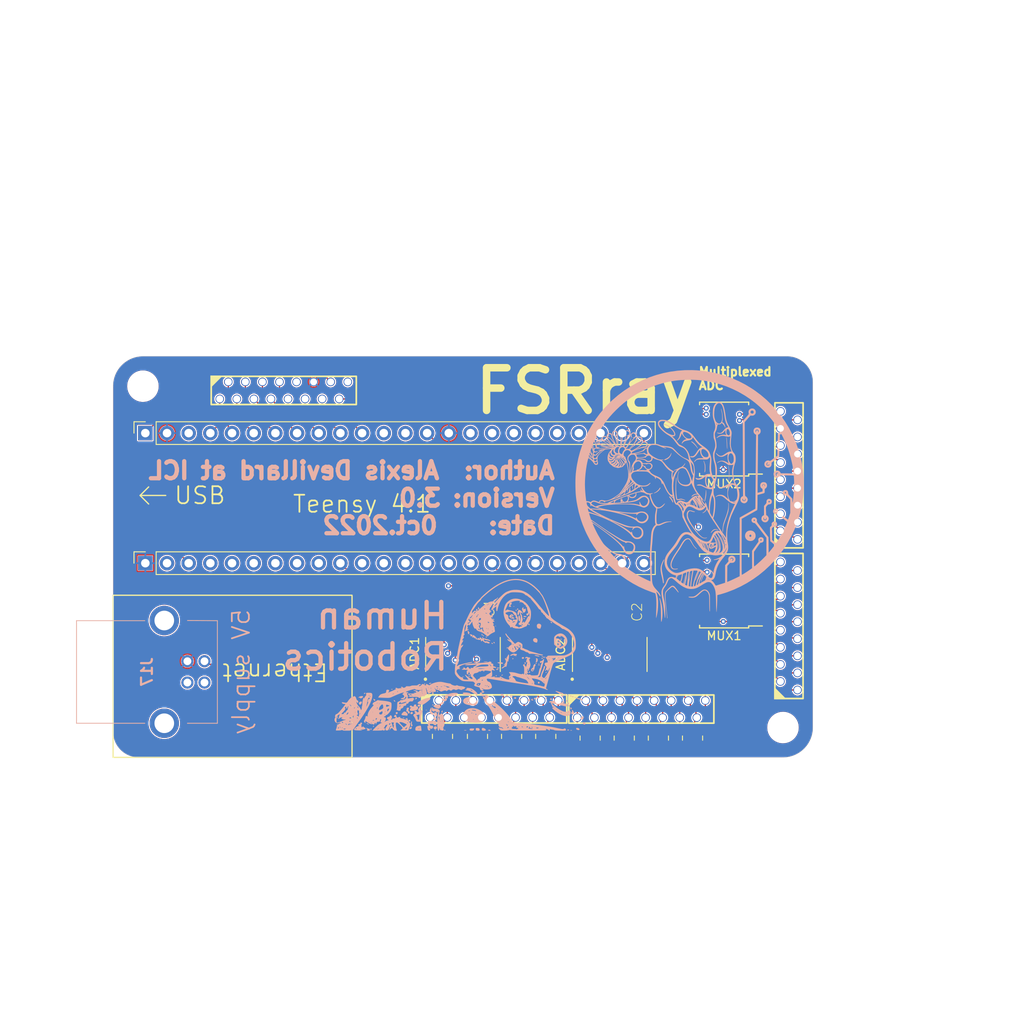
<source format=kicad_pcb>
(kicad_pcb (version 20221018) (generator pcbnew)
  (layers (0 "F.Cu" signal "Front") (1 "In1.Cu" signal) (2 "In2.Cu" signal) (31 "B.Cu" signal "Back") (34 "B.Paste" user) (35 "F.Paste" user) (36 "B.SilkS" user "B.Silkscreen") (37 "F.SilkS" user "F.Silkscreen") (38 "B.Mask" user) (39 "F.Mask" user) (44 "Edge.Cuts" user))
  (net 0 "")
  (net 1 "/EOC1")
  (net 2 "/MISO")
  (net 3 "/MOSI")
  (net 4 "/SCLK")
  (net 5 "/CS1")
  (net 6 "+5V")
  (net 7 "GND")
  (net 8 "Net-(ADC1-REF)")
  (net 9 "Net-(ADC1-~{CNVST{slash}AIN15})")
  (net 10 "Net-(ADC1-AIN14)")
  (net 11 "Net-(ADC1-AIN13)")
  (net 12 "Net-(ADC1-AIN12)")
  (net 13 "Net-(ADC1-AIN11)")
  (net 14 "Net-(ADC1-AIN10)")
  (net 15 "Net-(ADC1-AIN9)")
  (net 16 "Net-(ADC1-AIN8)")
  (net 17 "Net-(ADC1-AIN7)")
  (net 18 "Net-(ADC1-AIN6)")
  (net 19 "Net-(ADC1-AIN5)")
  (net 20 "Net-(ADC1-AIN4)")
  (net 21 "Net-(ADC1-AIN3)")
  (net 22 "Net-(ADC1-AIN2)")
  (net 23 "Net-(ADC1-AIN1)")
  (net 24 "Net-(ADC1-AIN0)")
  (net 25 "/EOC2")
  (net 26 "/CS2")
  (net 27 "Net-(ADC2-REF)")
  (net 28 "Net-(ADC2-~{CNVST{slash}AIN15})")
  (net 29 "Net-(ADC2-AIN14)")
  (net 30 "Net-(ADC2-AIN13)")
  (net 31 "Net-(ADC2-AIN12)")
  (net 32 "Net-(ADC2-AIN11)")
  (net 33 "Net-(ADC2-AIN10)")
  (net 34 "Net-(ADC2-AIN9)")
  (net 35 "Net-(ADC2-AIN8)")
  (net 36 "Net-(ADC2-AIN7)")
  (net 37 "Net-(ADC2-AIN6)")
  (net 38 "Net-(ADC2-AIN5)")
  (net 39 "Net-(ADC2-AIN4)")
  (net 40 "Net-(ADC2-AIN3)")
  (net 41 "Net-(ADC2-AIN2)")
  (net 42 "Net-(ADC2-AIN1)")
  (net 43 "Net-(ADC2-AIN0)")
  (net 44 "Net-(J1-Pin_8)")
  (net 45 "Net-(J1-Pin_7)")
  (net 46 "Net-(J1-Pin_6)")
  (net 47 "Net-(J1-Pin_5)")
  (net 48 "Net-(J1-Pin_4)")
  (net 49 "Net-(J1-Pin_3)")
  (net 50 "Net-(J1-Pin_2)")
  (net 51 "Net-(J1-Pin_1)")
  (net 52 "Net-(J2-Pin_8)")
  (net 53 "Net-(J2-Pin_7)")
  (net 54 "Net-(J2-Pin_6)")
  (net 55 "Net-(J2-Pin_5)")
  (net 56 "Net-(J2-Pin_4)")
  (net 57 "Net-(J2-Pin_3)")
  (net 58 "Net-(J2-Pin_2)")
  (net 59 "Net-(J2-Pin_1)")
  (net 60 "/EN2")
  (net 61 "/EN1")
  (net 62 "/S3")
  (net 63 "/S2")
  (net 64 "/S1")
  (net 65 "/S0")
  (net 66 "/CSA1")
  (net 67 "/CSA2")
  (net 68 "/CSA3")
  (net 69 "/CSA4")
  (net 78 "/MISO1")
  (net 79 "+3.3V")
  (net 80 "/MOSI1")
  (net 81 "Net-(J1-Pin_9)")
  (net 82 "Net-(J1-Pin_10)")
  (net 83 "Net-(J1-Pin_11)")
  (net 84 "Net-(J1-Pin_12)")
  (net 85 "Net-(J1-Pin_13)")
  (net 86 "Net-(J1-Pin_14)")
  (net 87 "Net-(J1-Pin_15)")
  (net 88 "Net-(J1-Pin_16)")
  (net 89 "Net-(J2-Pin_9)")
  (net 90 "Net-(J2-Pin_10)")
  (net 91 "Net-(J2-Pin_11)")
  (net 92 "Net-(J2-Pin_12)")
  (net 93 "Net-(J2-Pin_13)")
  (net 94 "Net-(J2-Pin_14)")
  (net 95 "Net-(J2-Pin_15)")
  (net 96 "Net-(J2-Pin_16)")
  (net 100 "/CSA5")
  (net 101 "/CSA6")
  (net 102 "/CSA7")
  (net 103 "/CSA8")
  (net 104 "/SCLK1")
  (footprint "Resistor_SMD:R_Array_Convex_4x0402" (layer "F.Cu") (at 184.9 120.737653 90)
    (fp_text reference "RN5" hide)
    (fp_text value "R_Pack04" hide)
  )
  (footprint "MountingHole:MountingHole_3.2mm_M3" (layer "F.Cu") (at 207.5 119.5)
    (fp_text reference "H5" hide)
    (fp_text value "MountingHole" hide)
  )
  (footprint "00_custom-footprints:fcp_vertical_ULP94V0" (layer "F.Cu") (at 208.2 107.600001 90)
    (fp_text reference "J2" hide)
    (fp_text value "measuring_input4" hide)
  )
  (footprint "Package_SO:SSOP-24_5.3x8.2mm_P0.65mm" (layer "F.Cu") (at 200.6 85.700001 180)
    (fp_text reference "MUX2")
    (fp_text value "CD74HC4067SM" hide)
  )
  (footprint "00_custom-footprints:fcp_vertical_ULP94V0" (layer "F.Cu") (at 190.9 117.337653)
    (fp_text reference "J3" hide)
    (fp_text value "measuring_input4" hide)
  )
  (footprint "Package_SO:SSOP-24_5.3x8.2mm_P0.65mm" (layer "F.Cu") (at 200.6 103.500002 180)
    (fp_text reference "MUX1")
    (fp_text value "CD74HC4067SM" hide)
  )
  (footprint "00_Custom:MAX11632EEGT" (layer "F.Cu") (at 187.2 110.937653 90)
    (fp_text reference "ADC2")
    (fp_text value "MAX11632EEGT" hide)
  )
  (footprint "Resistor_SMD:R_Array_Convex_4x0402" (layer "F.Cu") (at 188.9 120.737653 90)
    (fp_text reference "RN6" hide)
    (fp_text value "R_Pack04" hide)
  )
  (footprint "00_custom-footprints:fcp_vertical_ULP94V0" (layer "F.Cu") (at 149 80)
    (fp_text reference "J5" hide)
    (fp_text value "measuring_input4" hide)
  )
  (footprint "00_custom-footprints:fcp_vertical_ULP94V0" (layer "F.Cu") (at 208.205 89.950001 90)
    (fp_text reference "J1" hide)
    (fp_text value "measuring_input4" hide)
  )
  (footprint "Resistor_SMD:R_Array_Convex_4x0402" (layer "F.Cu") (at 167.6 120.537653 90)
    (fp_text reference "RN1" hide)
    (fp_text value "R_Pack04" hide)
  )
  (footprint "00_custom-footprints:fcp_vertical_ULP94V0" (layer "F.Cu") (at 173.6625 117.322653)
    (fp_text reference "J4" hide)
    (fp_text value "measuring_input4" hide)
  )
  (footprint "MountingHole:MountingHole_3.2mm_M3" (layer "F.Cu") (at 132.5 79.5)
    (fp_text reference "H1" hide)
    (fp_text value "MountingHole" hide)
  )
  (footprint "Resistor_SMD:R_Array_Convex_4x0402" (layer "F.Cu") (at 179.7 120.537653 90)
    (fp_text reference "RN4" hide)
    (fp_text value "R_Pack04" hide)
  )
  (footprint "fsr_array:C0603" (layer "F.Cu") (at 170.6 105.937653 180)
    (fp_text reference "C1")
    (fp_text value "100n" hide)
  )
  (footprint "Resistor_SMD:R_Array_Convex_4x0402" (layer "F.Cu") (at 171.7 120.537653 90)
    (fp_text reference "RN2" hide)
    (fp_text value "R_Pack04" hide)
  )
  (footprint "Connector_PinSocket_2.54mm:PinSocket_1x24_P2.54mm_Vertical" (layer "F.Cu") (at 132.78 100.24 90)
    (fp_text reference "J12" hide)
    (fp_text value "teensy_left" hide)
  )
  (footprint "Resistor_SMD:R_Array_Convex_4x0402" (layer "F.Cu") (at 192.9 120.737653 90)
    (fp_text reference "RN7" hide)
    (fp_text value "R_Pack04" hide)
  )
  (footprint "00_Custom:MAX11632EEGT" (layer "F.Cu") (at 170 110.937653 90)
    (fp_text reference "ADC1")
    (fp_text value "MAX11632EEGT" hide)
  )
  (footprint "fsr_array:C0603" (layer "F.Cu") (at 187.7 105.937653 180)
    (fp_text reference "C2")
    (fp_text value "100n" hide)
  )
  (footprint "Resistor_SMD:R_Array_Convex_4x0402" (layer "F.Cu") (at 196.9 120.737653 90)
    (fp_text reference "RN8" hide)
    (fp_text value "R_Pack04" hide)
  )
  (footprint "Resistor_SMD:R_Array_Convex_4x0402" (layer "F.Cu") (at 175.7 120.537653 90)
    (fp_text reference "RN3" hide)
    (fp_text value "R_Pack04" hide)
  )
  (footprint "Connector_PinSocket_2.54mm:PinSocket_1x24_P2.54mm_Vertical" (layer "F.Cu") (at 132.78 85 90)
    (fp_text reference "J11" hide)
    (fp_text value "teensy_right" hide)
  )
  (footprint "LOGO" (layer "B.Cu") (at 169.5 111 180)
    (fp_text reference "G***" hide)
    (fp_text value "LOGO" hide)
  )
  (footprint "LOGO" (layer "B.Cu") (at 196.5 92 180)
    (fp_text reference "G***" hide)
    (fp_text value "LOGO" hide)
  )
  (footprint "00_custom-footprints:usbB_stewart" (layer "B.Cu") (at 139.71 114.23 90)
    (fp_text reference "J17")
    (fp_text value "usb_B" hide)
  )
  (gr_line (start 133.1672 91.3072) (end 132.1672 92.3072) (stroke (width 0.1524)) (layer "F.SilkS"))
  (gr_line (start 135.1672 92.3072) (end 132.1672 92.3072) (stroke (width 0.1524)) (layer "F.SilkS"))
  (gr_poly (pts (xy 157 123) (xy 129 123) (xy 129 104) (xy 157 104)) (stroke (width 0.1524)) (fill none) (layer "F.SilkS"))
  (gr_line (start 132.1672 92.3072) (end 133.1672 93.3072) (stroke (width 0.1524)) (layer "F.SilkS"))
  (gr_line (start 129 120) (end 129 79.5) (stroke (width 0.0381)) (layer "Edge.Cuts"))
  (gr_arc (start 129 79.5) (mid 130.025126 77.025126) (end 132.5 76) (stroke (width 0.0381)) (layer "Edge.Cuts"))
  (gr_arc (start 208 76) (mid 210.12132 76.87868) (end 211 79) (stroke (width 0.0381)) (layer "Edge.Cuts"))
  (gr_arc (start 211 119.5) (mid 209.974874 121.974874) (end 207.5 123) (stroke (width 0.0381)) (layer "Edge.Cuts"))
  (gr_arc (start 132 123) (mid 129.87868 122.12132) (end 129 120) (stroke (width 0.0381)) (layer "Edge.Cuts"))
  (gr_line (start 132.5 76) (end 208 76) (stroke (width 0.0381)) (layer "Edge.Cuts"))
  (gr_line (start 207.5 123) (end 132 123) (stroke (width 0.0381)) (layer "Edge.Cuts"))
  (gr_line (start 211 79) (end 211 119.5) (stroke (width 0.0381)) (layer "Edge.Cuts"))
  (gr_text "5V supply" (at 144 113 90) (layer "B.SilkS") (effects (font (size 2 2) (thickness 0.2032)) (justify mirror)))
  (gr_text "Human\nRobotics" (at 168.5 113) (layer "B.SilkS") (effects (font (size 3 3) (thickness 0.5)) (justify left bottom mirror)))
  (gr_text "Author:  Alexis Devillard at ICL\nVersion: 3.0\nDate:    0ct.2022" (at 181 97) (layer "B.SilkS") (effects (font (size 2 2) (thickness 0.5)) (justify left bottom mirror)))
  (gr_text "Teensy 4.1" (at 158.1672 93.3072) (layer "F.SilkS") (effects (font (size 2 2) (thickness 0.2032))))
  (gr_text "Ethernet" (at 148 113 180) (layer "F.SilkS") (effects (font (size 2 2) (thickness 0.2032))))
  (gr_text "USB" (at 139.1672 92.3072) (layer "F.SilkS") (effects (font (size 2 2) (thickness 0.2032))))
  (gr_text "Multiplexed\nADC" (at 197.5 80) (layer "F.SilkS") (effects (font (size 1 1) (thickness 0.25)) (justify left bottom)))
  (gr_text "FSRray" (at 171 83) (layer "F.SilkS") (effects (font (size 5 5) (thickness 0.8763)) (justify left bottom)))
  (segment (start 163.702653 108.302653) (end 166.5075 108.302653) (width 0.15) (layer "F.Cu") (net 1))
  (segment (start 155.64 100.24) (end 163.702653 108.302653) (width 0.15) (layer "F.Cu") (net 1))
  (segment (start 184.3425 108.302653) (end 184.3425 108.966316) (width 0.15) (layer "F.Cu") (net 2))
  (segment (start 167.1425 108.302653) (end 167.1425 107.395728) (width 0.15) (layer "F.Cu") (net 2))
  (segment (start 167.1425 107.395728) (end 166.1 106.353228) (width 0.15) (layer "F.Cu") (net 2))
  (segment (start 183.608816 109.7) (end 180.6 109.7) (width 0.15) (layer "F.Cu") (net 2))
  (segment (start 173.8 102.9) (end 168.3 102.9) (width 0.15) (layer "F.Cu") (net 2))
  (segment (start 166.1 100.54) (end 165.8 100.24) (width 0.15) (layer "F.Cu") (net 2))
  (segment (start 180.6 109.7) (end 173.8 102.9) (width 0.15) (layer "F.Cu") (net 2))
  (segment (start 166.1 106.353228) (end 166.1 100.54) (width 0.15) (layer "F.Cu") (net 2))
  (segment (start 184.3425 108.966316) (end 183.608816 109.7) (width 0.15) (layer "F.Cu") (net 2))
  (via (at 168.3 102.9) (size 0.6) (drill 0.3) (layers "F.Cu" "B.Cu") (net 2))
  (segment (start 185.1 108.425153) (end 184.9775 108.302653) (width 0.15) (layer "F.Cu") (net 3))
  (segment (start 185.1 110.1) (end 185.1 108.425153) (width 0.15) (layer "F.Cu") (net 3))
  (segment (start 167.8 109.8) (end 167.7775 109.7775) (width 0.15) (layer "F.Cu") (net 3))
  (segment (start 167.7775 109.7775) (end 167.7775 108.302653) (width 0.15) (layer "F.Cu") (net 3))
  (via (at 167.8 109.8) (size 0.6) (drill 0.3) (layers "F.Cu" "B.Cu") (net 3))
  (via (at 185.1 110.1) (size 0.6) (drill 0.3) (layers "F.Cu" "B.Cu") (net 3))
  (segment (start 185.8 110.8) (end 185.7 110.7) (width 0.15) (layer "F.Cu") (net 4))
  (segment (start 185.7 110.7) (end 185.7 108.390153) (width 0.15) (layer "F.Cu") (net 4))
  (segment (start 167.1 105.7) (end 168.4125 107.0125) (width 0.15) (layer "F.Cu") (net 4))
  (segment (start 185.7 108.390153) (end 185.6125 108.302653) (width 0.15) (layer "F.Cu") (net 4))
  (segment (start 168.4125 107.0125) (end 168.4125 108.302653) (width 0.15) (layer "F.Cu") (net 4))
  (segment (start 168.2 110.8) (end 168.4125 110.5875) (width 0.15) (layer "F.Cu") (net 4))
  (segment (start 165.8 85) (end 167.1 86.3) (width 0.15) (layer "F.Cu") (net 4))
  (segment (start 168.4125 110.5875) (end 168.4125 108.302653) (width 0.15) (layer "F.Cu") (net 4))
  (segment (start 167.1 86.3) (end 167.1 105.7) (width 0.15) (layer "F.Cu") (net 4))
  (via (at 168.2 110.8) (size 0.6) (drill 0.3) (layers "F.Cu" "B.Cu") (net 4))
  (via (at 185.8 110.8) (size 0.6) (drill 0.3) (layers "F.Cu" "B.Cu") (net 4))
  (segment (start 169.1 111.6) (end 169.1 108.355153) (width 0.15) (layer "F.Cu") (net 5))
  (segment (start 169.1 108.355153) (end 169.0475 108.302653) (width 0.15) (layer "F.Cu") (net 5))
  (via (at 169.1 111.6) (size 0.6) (drill 0.3) (layers "F.Cu" "B.Cu") (net 5))
  (segment (start 204.2 107.075001) (end 200.5 107.075001) (width 0.15) (layer "F.Cu") (net 6))
  (segment (start 132.78 85) (end 140.48 77.3) (width 0.15) (layer "F.Cu") (net 6))
  (segment (start 186.8825 111.2825) (end 186.9 111.3) (width 0.15) (layer "F.Cu") (net 6))
  (segment (start 171.6 111.5) (end 170.998 112.102) (width 0.15) (layer "F.Cu") (net 6))
  (segment (start 140.082 112.102) (end 139.71 111.73) (width 0.15) (layer "F.Cu") (net 6))
  (segment (start 194.436439 77.3) (end 200.5 83.363561) (width 0.15) (layer "F.Cu") (net 6))
  (segment (start 169.6825 109.5825) (end 169.6825 108.302653) (width 0.15) (layer "F.Cu") (net 6))
  (segment (start 170.998 112.102) (end 140.082 112.102) (width 0.15) (layer "F.Cu") (net 6))
  (segment (start 200.5 107.075001) (end 197 107.075001) (width 0.15) (layer "F.Cu") (net 6))
  (segment (start 200.5 83.363561) (end 200.5 89.275) (width 0.15) (layer "F.Cu") (net 6))
  (segment (start 186.8825 108.302653) (end 186.8825 111.2825) (width 0.15) (layer "F.Cu") (net 6))
  (segment (start 171.6 111.5) (end 169.6825 109.5825) (width 0.15) (layer "F.Cu") (net 6))
  (segment (start 140.48 77.3) (end 194.436439 77.3) (width 0.15) (layer "F.Cu") (net 6))
  (segment (start 204.2 89.274999) (end 200.5 89.275) (width 0.15) (layer "F.Cu") (net 6))
  (segment (start 200.5 89.275) (end 197 89.275) (width 0.15) (layer "F.Cu") (net 6))
  (via (at 200.5 107.075001) (size 0.6) (drill 0.3) (layers "F.Cu" "B.Cu") (net 6))
  (via (at 200.5 89.275) (size 0.6) (drill 0.3) (layers "F.Cu" "B.Cu") (net 6))
  (via (at 171.6 111.5) (size 0.6) (drill 0.3) (layers "F.Cu" "B.Cu") (net 6))
  (via (at 186.9 111.3) (size 0.6) (drill 0.3) (layers "F.Cu" "B.Cu") (net 6))
  (segment (start 193.65 121.237653) (end 193.15 121.237653) (width 0.15) (layer "F.Cu") (net 7))
  (segment (start 167.35 121.037653) (end 167.85 121.037653) (width 0.15) (layer "F.Cu") (net 7))
  (segment (start 179.45 121.037653) (end 179.95 121.037653) (width 0.15) (layer "F.Cu") (net 7))
  (segment (start 192.65 121.237653) (end 192.15 121.237653) (width 0.15) (layer "F.Cu") (net 7))
  (segment (start 184.65 121.237653) (end 184.15 121.237653) (width 0.15) (layer "F.Cu") (net 7))
  (segment (start 189.65 121.237653) (end 189.15 121.237653) (width 0.15) (layer "F.Cu") (net 7))
  (segment (start 166.85 121.037653) (end 167.35 121.037653) (width 0.15) (layer "F.Cu") (net 7))
  (segment (start 196.65 121.237653) (end 196.15 121.237653) (width 0.15) (layer "F.Cu") (net 7))
  (segment (start 197.15 121.237653) (end 196.65 121.237653) (width 0.15) (layer "F.Cu") (net 7))
  (segment (start 197.65 121.237653) (end 197.15 121.237653) (width 0.15) (layer "F.Cu") (net 7))
  (segment (start 189.15 121.237653) (end 188.65 121.237653) (width 0.15) (layer "F.Cu") (net 7))
  (segment (start 167.85 121.037653) (end 168.35 121.037653) (width 0.15) (layer "F.Cu") (net 7))
  (segment (start 169.75 105.937653) (end 170.3175 106.505153) (width 0.15) (layer "F.Cu") (net 7))
  (segment (start 178.95 121.037653) (end 179.45 121.037653) (width 0.15) (layer "F.Cu") (net 7))
  (segment (start 171.95 121.037653) (end 172.45 121.037653) (width 0.15) (layer "F.Cu") (net 7))
  (segment (start 185.65 121.237653) (end 185.15 121.237653) (width 0.15) (layer "F.Cu") (net 7))
  (segment (start 186.85 105.937652) (end 187.5175 106.605153) (width 0.15) (layer "F.Cu") (net 7))
  (segment (start 175.95 121.037653) (end 176.45 121.037653) (width 0.15) (layer "F.Cu") (net 7))
  (segment (start 185.15 121.237653) (end 184.65 121.237653) (width 0.15) (layer "F.Cu") (net 7))
  (segment (start 180.45 121.037653) (end 179.95 121.037653) (width 0.15) (layer "F.Cu") (net 7))
  (segment (start 171.45 121.037653) (end 171.95 121.037653) (width 0.15) (layer "F.Cu") (net 7))
  (segment (start 174.95 121.037653) (end 175.45 121.037653) (width 0.15) (layer "F.Cu") (net 7))
  (segment (start 170.95 121.037653) (end 171.45 121.037653) (width 0.15) (layer "F.Cu") (net 7))
  (segment (start 175.45 121.037653) (end 175.95 121.037653) (width 0.15) (layer "F.Cu") (net 7))
  (segment (start 170.3175 106.505153) (end 170.3175 108.302653) (width 0.15) (layer "F.Cu") (net 7))
  (segment (start 187.5175 106.605153) (end 187.5175 108.302653) (width 0.15) (layer "F.Cu") (net 7))
  (segment (start 188.65 121.237653) (end 188.15 121.237653) (width 0.15) (layer "F.Cu") (net 7))
  (segment (start 193.15 121.237653) (end 192.65 121.237653) (width 0.15) (layer "F.Cu") (net 7))
  (segment (start 171.45 105.937653) (end 170.9525 106.435153) (width 0.15) (layer "F.Cu") (net 8))
  (segment (start 170.9525 106.435153) (end 170.9525 108.302653) (width 0.15) (layer "F.Cu") (net 8))
  (segment (start 181.1625 119.325153) (end 180.45 120.037653) (width 0.15) (layer "F.Cu") (net 9))
  (segment (start 180.985 116.322653) (end 174.4535 109.791153) (width 0.15) (layer "F.Cu") (net 9))
  (segment (start 181.1625 116.322653) (end 181.1625 119.325153) (width 0.15) (layer "F.Cu") (net 9))
  (segment (start 172.6 106.437653) (end 171.5875 107.450153) (width 0.15) (layer "F.Cu") (net 9))
  (segment (start 171.5875 107.450153) (end 171.5875 108.302653) (width 0.15) (layer "F.Cu") (net 9))
  (segment (start 174.4535 109.791153) (end 174.4535 107.081516) (width 0.15) (layer "F.Cu") (net 9))
  (segment (start 181.1625 116.322653) (end 180.985 116.322653) (width 0.15) (layer "F.Cu") (net 9))
  (segment (start 173.809637 106.437653) (end 172.6 106.437653) (width 0.15) (layer "F.Cu") (net 9))
  (segment (start 174.4535 107.081516) (end 173.809637 106.437653) (width 0.15) (layer "F.Cu") (net 9))
  (segment (start 173.6949 106.714653) (end 174.1765 107.196253) (width 0.15) (layer "F.Cu") (net 10))
  (segment (start 174.1765 110.311348) (end 180.1625 116.297348) (width 0.15) (layer "F.Cu") (net 10))
  (segment (start 180.1625 118.322653) (end 179.95 118.535153) (width 0.15) (layer "F.Cu") (net 10))
  (segment (start 174.1765 107.196253) (end 174.1765 110.311348) (width 0.15) (layer "F.Cu") (net 10))
  (segment (start 180.1625 116.297348) (end 180.1625 118.322653) (width 0.15) (layer "F.Cu") (net 10))
  (segment (start 172.2225 107.315153) (end 172.823 106.714653) (width 0.15) (layer "F.Cu") (net 10))
  (segment (start 179.95 118.535153) (end 179.95 120.037653) (width 0.15) (layer "F.Cu") (net 10))
  (segment (start 172.823 106.714653) (end 173.6949 106.714653) (width 0.15) (layer "F.Cu") (net 10))
  (segment (start 172.2225 108.302653) (end 172.2225 107.315153) (width 0.15) (layer "F.Cu") (net 10))
  (segment (start 173.580163 106.991653) (end 173.146 106.991653) (width 0.15) (layer "F.Cu") (net 11))
  (segment (start 173.146 106.991653) (end 172.8575 107.280153) (width 0.15) (layer "F.Cu") (net 11))
  (segment (start 179.1625 116.322653) (end 179.1625 116.200153) (width 0.15) (layer "F.Cu") (net 11))
  (segment (start 173.8995 110.937153) (end 173.8995 107.31099) (width 0.15) (layer "F.Cu") (net 11))
  (segment (start 172.8575 107.280153) (end 172.8575 108.302653) (width 0.15) (layer "F.Cu") (net 11))
  (segment (start 179.4 119.987653) (end 179.45 120.037653) (width 0.15) (layer "F.Cu") (net 11))
  (segment (start 179.4 116.560153) (end 179.4 119.987653) (width 0.15) (layer "F.Cu") (net 11))
  (segment (start 179.1625 116.200153) (end 173.8995 110.937153) (width 0.15) (layer "F.Cu") (net 11))
  (segment (start 179.1625 116.322653) (end 179.4 116.560153) (width 0.15) (layer "F.Cu") (net 11))
  (segment (start 173.8995 107.31099) (end 173.580163 106.991653) (width 0.15) (layer "F.Cu") (net 11))
  (segment (start 173.4925 111.330153) (end 173.4925 108.302653) (width 0.15) (layer "F.Cu") (net 12))
  (segment (start 178.1625 118.322653) (end 178.1625 116.000153) (width 0.15) (layer "F.Cu") (net 12))
  (segment (start 178.1625 119.250153) (end 178.95 120.037653) (width 0.15) (layer "F.Cu") (net 12))
  (segment (start 178.1625 118.322653) (end 178.1625 119.250153) (width 0.15) (layer "F.Cu") (net 12))
  (segment (start 178.1625 116.000153) (end 173.4925 111.330153) (width 0.15) (layer "F.Cu") (net 12))
  (segment (start 177.1625 119.325153) (end 176.45 120.037653) (width 0.15) (layer "F.Cu") (net 13))
  (segment (start 177.1625 116.322653) (end 177.1625 119.325153) (width 0.15) (layer "F.Cu") (net 13))
  (segment (start 173.4925 113.572653) (end 173.926737 113.572653) (width 0.15) (layer "F.Cu") (net 13))
  (segment (start 173.926737 113.572653) (end 176.676737 116.322653) (width 0.15) (layer "F.Cu") (net 13))
  (segment (start 176.676737 116.322653) (end 177.1625 116.322653) (width 0.15) (layer "F.Cu") (net 13))
  (segment (start 176.1625 116.200153) (end 176.1625 118.322653) (width 0.15) (layer "F.Cu") (net 14))
  (segment (start 173 114.837653) (end 174.8 114.837653) (width 0.15) (layer "F.Cu") (net 14))
  (segment (start 172.8575 113.572653) (end 172.8575 114.695153) (width 0.15) (layer "F.Cu") (net 14))
  (segment (start 172.8575 114.695153) (end 173 114.837653) (width 0.15) (layer "F.Cu") (net 14))
  (segment (start 176.1625 118.322653) (end 175.95 118.535153) (width 0.15) (layer "F.Cu") (net 14))
  (segment (start 175.95 118.535153) (end 175.95 120.037653) (width 0.15) (layer "F.Cu") (net 14))
  (segment (start 174.8 114.837653) (end 176.1625 116.200153) (width 0.15) (layer "F.Cu") (net 14))
  (segment (start 175.4 119.987653) (end 175.45 120.037653) (width 0.15) (layer "F.Cu") (net 15))
  (segment (start 175.1625 116.322653) (end 175.4 116.560153) (width 0.15) (layer "F.Cu") (net 15))
  (segment (start 172.2225 114.560153) (end 172.8 115.137653) (width 0.15) (layer "F.Cu") (net 15))
  (segment (start 172.8 115.137653) (end 173.9775 115.137653) (width 0.15) (layer "F.Cu") (net 15))
  (segment (start 172.2225 113.572653) (end 172.2225 114.560153) (width 0.15) (layer "F.Cu") (net 15))
  (segment (start 175.4 116.560153) (end 175.4 119.987653) (width 0.15) (layer "F.Cu") (net 15))
  (segment (start 173.9775 115.137653) (end 175.1625 116.322653) (width 0.15) (layer "F.Cu") (net 15))
  (segment (start 171.5875 114.477944) (end 172.647209 115.537653) (width 0.15) (layer "F.Cu") (net 16))
  (segment (start 172.647209 115.537653) (end 173.402805 115.537653) (width 0.15) (layer "F.Cu") (net 16))
  (segment (start 173.402805 115.537653) (end 174.1625 116.297348) (width 0.15) (layer "F.Cu") (net 16))
  (segment (start 174.1625 116.297348) (end 174.1625 118.322653) (width 0.15) (layer "F.Cu") (net 16))
  (segment (start 174.1625 119.250153) (end 174.95 120.037653) (width 0.15) (layer "F.Cu") (net 16))
  (segment (start 171.5875 113.572653) (end 171.5875 114.477944) (width 0.15) (layer "F.Cu") (net 16))
  (segment (start 174.1625 118.322653) (end 174.1625 119.250153) (width 0.15) (layer "F.Cu") (net 16))
  (segment (start 173.1625 116.322653) (end 173.1625 119.275153) (width 0.15) (layer "F.Cu") (net 17))
  (segment (start 172.885 116.322653) (end 173.1625 116.322653) (width 0.15) (layer "F.Cu") (net 17))
  (segment (start 173.1625 119.275153) (end 172.45 119.987653) (width 0.15) (layer "F.Cu") (net 17))
  (segment (start 172.45 119.987653) (end 172.45 120.037653) (width 0.15) (layer "F.Cu") (net 17))
  (segment (start 170.9525 114.390153) (end 172.885 116.322653) (width 0.15) (layer "F.Cu") (net 17))
  (segment (start 170.9525 113.572653) (end 170.9525 114.390153) (width 0.15) (layer "F.Cu") (net 17))
  (segment (start 172.1625 118.322653) (end 171.95 118.535153) (width 0.15) (layer "F.Cu") (net 18))
  (segment (start 172.1625 116.297348) (end 172.1625 118.322653) (width 0.15) (layer "F.Cu") (net 18))
  (segment (start 170.3175 113.572653) (end 170.3175 114.452348) (width 0.15) (layer "F.Cu") (net 18))
  (segment (start 170.3175 114.452348) (end 172.1625 116.297348) (width 0.15) (layer "F.Cu") (net 18))
  (segment (start 171.95 118.535153) (end 171.95 120.037653) (width 0.15) (layer "F.Cu") (net 18))
  (segment (start 171.4375 120.025153) (end 171.45 120.037653) (width 0.15) (layer "F.Cu") (net 19))
  (segment (start 169.6825 114.520153) (end 171.1625 116.000153) (width 0.15) (layer "F.Cu") (net 19))
  (segment (start 171.1625 116.322653) (end 171.4375 116.597653) (width 0.15) (layer "F.Cu") (net 19))
  (segment (start 169.6825 113.572653) (end 169.6825 114.520153) (width 0.15) (layer "F.Cu") (net 19))
  (segment (start 171.4375 116.597653) (end 171.4375 120.025153) (width 0.15) (layer "F.Cu") (net 19))
  (segment (start 171.1625 116.000153) (end 171.1625 116.322653) (width 0.15) (layer "F.Cu") (net 19))
  (segment (start 170.95 119.987653) (end 170.95 120.037653) (width 0.15) (layer "F.Cu") (net 20))
  (segment (start 170.1625 119.200153) (end 170.95 119.987653) (width 0.15) (layer "F.Cu") (net 20))
  (segment (start 169.0475 114.685153) (end 170.1625 115.800153) (width 0.15) (layer "F.Cu") (net 20))
  (segment (start 170.1625 115.800153) (end 170.1625 118.322653) (width 0.15) (layer "F.Cu") (net 20))
  (segment (start 169.0475 113.572653) (end 169.0475 114.685153) (width 0.15) (layer "F.Cu") (net 20))
  (segment (start 170.1625 118.322653) (end 170.1625 119.200153) (width 0.15) (layer "F.Cu") (net 20))
  (segment (start 169.1625 116.322653) (end 169.1625 119.225153) (width 0.15) (layer "F.Cu") (net 21))
  (segment (start 169.1625 119.225153) (end 168.35 120.037653) (width 0.15) (layer "F.Cu") (net 21))
  (segment (start 168.4125 113.572653) (end 168.4125 114.950153) (width 0.15) (layer "F.Cu") (net 21))
  (segment (start 169.1625 115.700153) (end 169.1625 116.322653) (width 0.15) (layer "F.Cu") (net 21))
  (segment (start 168.4125 114.950153) (end 169.1625 115.700153) (width 0.15) (layer "F.Cu") (net 21))
  (segment (start 168.1625 115.600153) (end 168.1625 118.322653) (width 0.15) (layer "F.Cu") (net 22))
  (segment (start 168.1625 118.322653) (end 167.85 118.635153) (width 0.15) (layer "F.Cu") (net 22))
  (segment (start 167.7775 115.215153) (end 168.1625 115.600153) (width 0.15) (layer "F.Cu") (net 22))
  (segment (start 167.7775 113.572653) (end 167.7775 115.215153) (width 0.15) (layer "F.Cu") (net 22))
  (segment (start 167.85 118.635153) (end 167.85 120.037653) (width 0.15) (layer "F.Cu") (net 22))
  (segment (start 167.1625 113.592653) (end 167.1625 116.322653) (width 0.15) (layer "F.Cu") (net 23))
  (segment (start 167.1425 113.572653) (end 167.1625 113.592653) (width 0.15) (layer "F.Cu") (net 23))
  (segment (start 167.1625 116.322653) (end 167.35 116.510153) (width 0.15) (layer "F.Cu") (net 23))
  (segment (start 167.35 116.510153) (end 167.35 120.037653) (width 0.15) (layer "F.Cu") (net 23))
  (segment (start 166.4 113.680153) (end 166.4 118.085153) (width 0.15) (layer "F.Cu") (net 24))
  (segment (start 166.1625 119.350153) (end 166.85 120.037653) (width 0.15) (layer "F.Cu") (net 24))
  (segment (start 166.5075 113.572653) (end 166.4 113.680153) (width 0.15) (layer "F.Cu") (net 24))
  (segment (start 166.4 118.085153) (end 166.1625 118.322653) (width 0.15) (layer "F.Cu") (net 24))
  (segment (start 166.1625 118.322653) (end 166.1625 119.350153) (width 0.15) (layer "F.Cu") (net 24))
  (segment (start 173.42 100.42) (end 173.42 100.24) (width 0.15) (layer "F.Cu") (net 25))
  (segment (start 183.7075 108.302653) (end 181.302653 108.302653) (width 0.15) (layer "F.Cu") (net 25))
  (segment (start 181.302653 108.302653) (end 173.42 100.42) (width 0.15) (layer "F.Cu") (net 25))
  (segment (start 181.04 100.24) (end 181.04 101.94) (width 0.15) (layer "F.Cu") (net 26))
  (segment (start 186.2475 107.1475) (end 186.2475 108.302653) (width 0.15) (layer "F.Cu") (net 26))
  (segment (start 181.04 101.94) (end 186.2475 107.1475) (width 0.15) (layer "F.Cu") (net 26))
  (segment (start 188.1525 106.335153) (end 188.152501 108.302653) (width 0.15) (layer "F.Cu") (net 27))
  (segment (start 188.55 105.937653) (end 188.1525 106.335153) (width 0.15) (layer "F.Cu") (net 27))
  (segment (start 198.4 116.337653) (end 198.4 119.487653) (width 0.15) (layer "F.Cu") (net 28))
  (segment (start 188.7875 107.63899) (end 188.787499 108.302653) (width 0.15) (layer "F.Cu") (net 28))
  (segment (start 198.4 116.337653) (end 198.4 115.737653) (width 0.15) (layer "F.Cu") (net 28))
  (segment (start 191.853999 107.382014) (end 191.055638 106.583653) (width 0.15) (layer "F.Cu") (net 28))
  (segment (start 191.853999 109.191653) (end 191.853999 107.382014) (width 0.15) (layer "F.Cu") (net 28))
  (segment (start 189.842837 106.583653) (end 188.7875 107.63899) (width 0.15) (layer "F.Cu") (net 28))
  (segment (start 198.4 115.737653) (end 191.853999 109.191653) (width 0.15) (layer "F.Cu") (net 28))
  (segment (start 198.4 119.487653) (end 197.65 120.237653) (width 0.15) (layer "F.Cu") (net 28))
  (segment (start 191.055638 106.583653) (end 189.842837 106.583653) (width 0.15) (layer "F.Cu") (net 28))
  (segment (start 191.577 110.114653) (end 191.577 107.496752) (width 0.15) (layer "F.Cu") (net 29))
  (segment (start 197.3 118.237653) (end 197.299999 115.837653) (width 0.15) (layer "F.Cu") (net 29))
  (segment (start 191.577 107.496752) (end 190.940901 106.860653) (width 0.15) (layer "F.Cu") (net 29))
  (segment (start 197.4 118.337653) (end 197.15 118.587653) (width 0.15) (layer "F.Cu") (net 29))
  (segment (start 197.15 118.587653) (end 197.149999 120.237653) (width 0.15) (layer "F.Cu") (net 29))
  (segment (start 197.299999 115.837653) (end 191.577 110.114653) (width 0.15) (layer "F.Cu") (net 29))
  (segment (start 190.940901 106.860653) (end 190.200838 106.860653) (width 0.15) (layer "F.Cu") (net 29))
  (segment (start 189.4225 107.63899) (end 189.4225 108.302653) (width 0.15) (layer "F.Cu") (net 29))
  (segment (start 197.4 118.337653) (end 197.3 118.237653) (width 0.15) (layer "F.Cu") (net 29))
  (segment (start 190.200838 106.860653) (end 189.4225 107.63899) (width 0.15) (layer "F.Cu") (net 29))
  (segment (start 190.4295 107.137653) (end 190.0575 107.509653) (width 0.15) (layer "F.Cu") (net 30))
  (segment (start 196.4 116.337653) (end 191.3 111.237653) (width 0.15) (layer "F.Cu") (net 30))
  (segment (start 196.65 116.587653) (end 196.65 120.237653) (width 0.15) (layer "F.Cu") (net 30))
  (segment (start 190.826163 107.137653) (end 190.4295 107.137653) (width 0.15) (layer "F.Cu") (net 30))
  (segment (start 191.3 107.61149) (end 190.826163 107.137653) (width 0.15) (layer "F.Cu") (net 30))
  (segment (start 196.4 116.337653) (end 196.65 116.587653) (width 0.15) (layer "F.Cu") (net 30))
  (segment (start 191.3 111.237653) (end 191.3 107.61149) (width 0.15) (layer "F.Cu") (net 30))
  (segment (start 190.0575 107.509653) (end 190.0575 108.302653) (width 0.15) (layer "F.Cu") (net 30))
  (segment (start 195.4 119.487653) (end 196.150001 120.237653) (width 0.15) (layer "F.Cu") (net 31))
  (segment (start 195.4 118.337654) (end 195.4 116.312348) (width 0.15) (layer "F.Cu") (net 31))
  (segment (start 194.700304 115.612653) (end 194.675 115.612653) (width 0.15) (layer "F.Cu") (net 31))
  (segment (start 194.675 115.612653) (end 190.6925 111.630153) (width 0.15) (layer "F.Cu") (net 31))
  (segment (start 190.6925 111.630153) (end 190.6925 108.302653) (width 0.15) (layer "F.Cu") (net 31))
  (segment (start 195.4 116.312348) (end 194.700304 115.612653) (width 0.15) (layer "F.Cu") (net 31))
  (segment (start 195.4 118.337654) (end 195.4 119.487653) (width 0.15) (layer "F.Cu") (net 31))
  (segment (start 191.635 113.572653) (end 194.4 116.337653) (width 0.15) (layer "F.Cu") (net 32))
  (segment (start 190.6925 113.572653) (end 191.635 113.572653) (width 0.15) (layer "F.Cu") (net 32))
  (segment (start 194.4 119.487653) (end 193.650001 120.237653) (width 0.15) (layer "F.Cu") (net 32))
  (segment (start 194.4 116.337653) (end 194.4 119.487653) (width 0.15) (layer "F.Cu") (net 32))
  (segment (start 193.15 118.587653) (end 193.15 120.237653) (width 0.15) (layer "F.Cu") (net 33))
  (segment (start 191.682805 114.595153) (end 193.4 116.312348) (width 0.15) (layer "F.Cu") (net 33))
  (segment (start 193.4 118.337653) (end 193.15 118.587653) (width 0.15) (layer "F.Cu") (net 33))
  (segment (start 190.0575 113.572653) (end 190.0575 114.595152) (width 0.15) (layer "F.Cu") (net 33))
  (segment (start 193.4 116.312348) (end 193.4 118.337653) (width 0.15) (layer "F.Cu") (net 33))
  (segment (start 190.0575 114.595152) (end 191.682805 114.595153) (width 0.15) (layer "F.Cu") (net 33))
  (segment (start 189.4225 114.360153) (end 190.398 115.335653) (width 0.15) (layer "F.Cu") (net 34))
  (segment (start 189.4225 113.572653) (end 189.4225 114.360153) (width 0.15) (layer "F.Cu") (net 34))
  (segment (start 191.398 115.335653) (end 192.4 116.337653) (width 0.15) (layer "F.Cu") (net 34))
  (segment (start 190.398 115.335653) (end 191.398 115.335653) (width 0.15) (layer "F.Cu") (net 34))
  (segment (start 192.4 116.337653) (end 192.65 116.587653) (width 0.15) (layer "F.Cu") (net 34))
  (segment (start 192.65 116.587653) (end 192.65 120.237653) (width 0.15) (layer "F.Cu") (net 34))
  (segment (start 190.099695 115.612653) (end 190.700305 115.612653) (width 0.15) (layer "F.Cu") (net 35))
  (segment (start 188.7875 113.572653) (end 188.7875 114.300458) (width 0.15) (layer "F.Cu") (net 35))
  (segment (start 188.7875 114.300458) (end 190.099695 115.612653) (width 0.15) (layer "F.Cu") (net 35))
  (segment (start 191.4 119.487653) (end 192.15 120.237652) (width 0.15) (layer "F.Cu") (net 35))
  (segment (start 191.4 116.312348) (end 191.399999 118.337653) (width 0.15) (layer "F.Cu") (net 35))
  (segment (start 191.399999 118.337653) (end 191.4 119.487653) (width 0.15) (layer "F.Cu") (net 35))
  (segment (start 190.700305 115.612653) (end 191.4 116.312348) (width 0.15) (layer "F.Cu") (net 35))
  (segment (start 188.1525 113.572653) (end 188.1525 114.236316) (width 0.15) (layer "F.Cu") (net 36))
  (segment (start 190.4 119.487653) (end 189.65 120.237652) (width 0.15) (layer "F.Cu") (net 36))
  (segment (start 188.1525 114.236316) (end 190.253837 116.337653) (width 0.15) (layer "F.Cu") (net 36))
  (segment (start 190.4 116.337653) (end 190.4 119.487653) (width 0.15) (layer "F.Cu") (net 36))
  (segment (start 190.253837 116.337653) (end 190.4 116.337653) (width 0.15) (layer "F.Cu") (net 36))
  (segment (start 189.4 116.312348) (end 189.4 118.337653) (width 0.15) (layer "F.Cu") (net 37))
  (segment (start 189.4 118.337653) (end 189.15 118.587653) (width 0.15) (layer "F.Cu") (net 37))
  (segment (start 189.15 118.587653) (end 189.15 120.237653) (width 0.15) (layer "F.Cu") (net 37))
  (segment (start 187.5175 114.429848) (end 189.4 116.312348) (width 0.15) (layer "F.Cu") (net 37))
  (segment (start 187.5175 113.572653) (end 187.5175 114.429848) (width 0.15) (layer "F.Cu") (net 37))
  (segment (start 186.8825 113.572653) (end 186.8825 114.820152) (width 0.15) (layer "F.Cu") (net 38))
  (segment (start 186.8825 114.820152) (end 188.400001 116.337653) (width 0.15) (layer "F.Cu") (net 38))
  (segment (start 188.400001 116.337653) (end 188.65 116.587653) (width 0.15) (layer "F.Cu") (net 38))
  (segment (start 188.65 116.587653) (end 188.65 120.237653) (width 0.15) (layer "F.Cu") (net 38))
  (segment (start 187.4 119.487653) (end 188.15 120.237653) (width 0.15) (layer "F.Cu") (net 39))
  (segment (start 187.4 116.312348) (end 187.4 118.337653) (width 0.15) (layer "F.Cu") (net 39))
  (segment (start 186.2475 113.572653) (end 186.2475 115.159848) (width 0.15) (layer "F.Cu") (net 39))
  (segment (start 186.2475 115.159848) (end 187.4 116.312348) (width 0.15) (layer "F.Cu") (net 39))
  (segment (start 187.4 118.337653) (end 187.4 119.487653) (width 0.15) (layer "F.Cu") (net 39))
  (segment (start 186.4 119.487653) (end 185.649999 120.237653) (width 0.15) (layer "F.Cu") (net 40))
  (segment (start 185.6125 115.550153) (end 186.4 116.337653) (width 0.15) (layer "F.Cu") (net 40))
  (segment (start 185.6125 113.572653) (end 185.6125 115.550153) (width 0.15) (layer "F.Cu") (net 40))
  (segment (start 186.4 116.337653) (end 186.4 119.487653) (width 0.15) (layer "F.Cu") (net 40))
  (segment (start 185.4 118.337653) (end 185.15 118.587653) (width 0.15) (layer "F.Cu") (net 41))
  (segment (start 185.15 118.587653) (end 185.15 120.237653) (width 0.15) (layer "F.Cu") (net 41))
  (segment (start 185.125 118.062653) (end 185.4 118.337653) (width 0.15) (layer "F.Cu") (net 41))
  (segment (start 185.125 113.720153) (end 185.125 118.062653) (width 0.15) (layer "F.Cu") (net 41))
  (segment (start 184.9775 113.572653) (end 185.125 113.720153) (width 0.15) (layer "F.Cu") (net 41))
  (segment (start 184.399999 116.337653) (end 184.65 116.587653) (width 0.15) (layer "F.Cu") (net 42))
  (segment (start 184.65 116.587653) (end 184.650001 120.237653) (width 0.15) (layer "F.Cu") (net 42))
  (segment (start 184.4 113.630153) (end 184.399999 116.337653) (width 0.15) (layer "F.Cu") (net 42))
  (segment (start 184.3425 113.572653) (end 184.4 113.630153) (width 0.15) (layer "F.Cu") (net 42))
  (segment (start 183.7075 113.572653) (end 183.400001 113.880153) (width 0.15) (layer "F.Cu") (net 43))
  (segment (start 183.400001 113.880153) (end 183.4 118.337653) (width 0.15) (layer "F.Cu") (net 43))
  (segment (start 183.4 118.337653) (end 183.4 119.487653) (width 0.15) (layer "F.Cu") (net 43))
  (segment (start 183.4 119.487653) (end 184.15 120.237653) (width 0.15) (layer "F.Cu") (net 43))
  (segment (start 196.146 88.625001) (end 195.923001 88.848) (width 0.15) (layer "F.Cu") (net 44))
  (segment (start 197 88.625001) (end 196.146 88.625001) (width 0.15) (layer "F.Cu") (net 44))
  (segment (start 195.923 89.723001) (end 196.65 90.45) (width 0.15) (layer "F.Cu") (net 44))
  (segment (start 195.923001 88.848) (end 195.923 89.723001) (width 0.15) (layer "F.Cu") (net 44))
  (segment (start 196.65 90.45) (end 207.205 90.45) (width 0.15) (layer "F.Cu") (net 44))
  (segment (start 197 87.975) (end 195.925001 87.975001) (width 0.15) (layer "F.Cu") (net 45))
  (segment (start 207.179695 91.450001) (end 209.205 91.450001) (width 0.15) (layer "F.Cu") (net 45))
  (segment (start 195.925001 87.975001) (end 195.646 88.254002) (width 0.15) (layer "F.Cu") (net 45))
  (segment (start 206.456695 90.727) (end 207.179695 91.450001) (width 0.15) (layer "F.Cu") (net 45))
  (segment (start 195.646 89.837738) (end 196.535263 90.727001) (width 0.15) (layer "F.Cu") (net 45))
  (segment (start 196.535263 90.727001) (end 206.456695 90.727) (width 0.15) (layer "F.Cu") (net 45))
  (segment (start 195.646 88.254002) (end 195.646 89.837738) (width 0.15) (layer "F.Cu") (net 45))
  (segment (start 195.975 87.325) (end 195.369 87.931) (width 0.15) (layer "F.Cu") (net 46))
  (segment (start 195.369 89.952474) (end 196.420526 91.004001) (width 0.15) (layer "F.Cu") (net 46))
  (segment (start 196.420526 91.004001) (end 205.759 91.004001) (width 0.15) (layer "F.Cu") (net 46))
  (segment (start 197 87.325001) (end 195.975 87.325) (width 0.15) (layer "F.Cu") (net 46))
  (segment (start 195.369 87.931) (end 195.369 89.952474) (width 0.15) (layer "F.Cu") (net 46))
  (segment (start 205.759 91.004001) (end 207.205001 92.45) (width 0.15) (layer "F.Cu") (net 46))
  (segment (start 195.092 90.067211) (end 196.30579 91.281) (width 0.15) (layer "F.Cu") (net 47))
  (segment (start 195.092 87.562131) (end 195.092 90.067211) (width 0.15) (layer "F.Cu") (net 47))
  (segment (start 205.010695 91.281001) (end 207.179695 93.45) (width 0.15) (layer "F.Cu") (net 47))
  (segment (start 197.000001 86.675) (end 195.979131 86.675) (width 0.15) (layer "F.Cu") (net 47))
  (segment (start 207.179695 93.45) (end 209.204999 93.450001) (width 0.15) (layer "F.Cu") (net 47))
  (segment (start 196.30579 91.281) (end 205.010695 91.281001) (width 0.15) (layer "F.Cu") (net 47))
  (segment (start 195.979131 86.675) (end 195.092 87.562131) (width 0.15) (layer "F.Cu") (net 47))
  (segment (start 204.313 91.558001) (end 207.205 94.45) (width 0.15) (layer "F.Cu") (net 48))
  (segment (start 196.237394 86.025) (end 194.815 87.447394) (width 0.15) (layer "F.Cu") (net 48))
  (segment (start 196.191052 91.558) (end 204.313 91.558001) (width 0.15) (layer "F.Cu") (net 48))
  (segment (start 197 86.025) (end 196.237394 86.025) (width 0.15) (layer "F.Cu") (net 48))
  (segment (start 194.815 87.447394) (end 194.815002 90.18195) (width 0.15) (layer "F.Cu") (net 48))
  (segment (start 194.815002 90.18195) (end 196.191052 91.558) (width 0.15) (layer "F.Cu") (net 48))
  (segment (start 195.975 85.375) (end 194.538 86.812) (width 0.15) (layer "F.Cu") (net 49))
  (segment (start 194.538 90.296688) (end 196.076316 91.835) (width 0.15) (layer "F.Cu") (net 49))
  (segment (start 196.076316 91.835) (end 203.564695 91.835) (width 0.15) (layer "F.Cu") (net 49))
  (segment (start 197 85.375001) (end 195.975 85.375) (width 0.15) (layer "F.Cu") (net 49))
  (segment (start 203.564695 91.835) (end 207.179695 95.45) (width 0.15) (layer "F.Cu") (net 49))
  (segment (start 207.179695 95.45) (end 209.205 95.45) (width 0.15) (layer "F.Cu") (net 49))
  (segment (start 194.538 86.812) (end 194.538 90.296688) (width 0.15) (layer "F.Cu") (net 49))
  (segment (start 194.261 90.411426) (end 195.961578 92.111999) (width 0.15) (layer "F.Cu") (net 50))
  (segment (start 202.867001 92.112) (end 207.205001 96.45) (width 0.15) (layer "F.Cu") (net 50))
  (segment (start 197 84.725) (end 196.233263 84.725) (width 0.15) (layer "F.Cu") (net 50))
  (segment (start 195.961578 92.111999) (end 202.867001 92.112) (width 0.15) (layer "F.Cu") (net 50))
  (segment (start 194.261 86.697263) (end 194.261 90.411426) (width 0.15) (layer "F.Cu") (net 50))
  (segment (start 196.233263 84.725) (end 194.261 86.697263) (width 0.15) (layer "F.Cu") (net 50))
  (segment (start 202.118695 92.389001) (end 206.904695 97.175001) (width 0.15) (layer "F.Cu") (net 51))
  (segment (start 206.904695 97.175001) (end 208.93 97.175001) (width 0.15) (layer "F.Cu") (net 51))
  (segment (start 195.975 84.075) (end 193.984001 86.065999) (width 0.15) (layer "F.Cu") (net 51))
  (segment (start 195.846842 92.389) (end 202.118695 92.389001) (width 0.15) (layer "F.Cu") (net 51))
  (segment (start 208.93 97.175001) (end 209.205 97.45) (width 0.15) (layer "F.Cu") (net 51))
  (segment (start 197 84.075001) (end 195.975 84.075) (width 0.15) (layer "F.Cu") (net 51))
  (segment (start 193.984001 86.065999) (end 193.984002 90.526163) (width 0.15) (layer "F.Cu") (net 51))
  (segment (start 193.984002 90.526163) (end 195.846842 92.389) (width 0.15) (layer "F.Cu") (net 51))
  (segment (start 195.923 106.648) (end 195.923 107.502) (width 0.15) (layer "F.Cu") (net 52))
  (segment (start 197 106.425) (end 196.146 106.425) (width 0.15) (layer "F.Cu") (net 52))
  (segment (start 195.923 107.502) (end 196.521 108.100001) (width 0.15) (layer "F.Cu") (net 52))
  (segment (start 196.521 108.100001) (end 207.2 108.1) (width 0.15) (layer "F.Cu") (net 52))
  (segment (start 196.146 106.425) (end 195.923 106.648) (width 0.15) (layer "F.Cu") (net 52))
  (segment (start 197 105.775) (end 195.975001 105.775) (width 0.15) (layer "F.Cu") (net 53))
  (segment (start 209.1 109) (end 209.2 109.099999) (width 0.15) (layer "F.Cu") (net 53))
  (segment (start 195.646 107.616739) (end 196.406263 108.377) (width 0.15) (layer "F.Cu") (net 53))
  (segment (start 196.406263 108.377) (end 206.475 108.377001) (width 0.15) (layer "F.Cu") (net 53))
  (segment (start 206.475 108.400305) (end 207.074696 109) (width 0.15) (layer "F.Cu") (net 53))
  (segment (start 206.475 108.377001) (end 206.475 108.400305) (width 0.15) (layer "F.Cu") (net 53))
  (segment (start 207.074696 109) (end 209.1 109) (width 0.15) (layer "F.Cu") (net 53))
  (segment (start 195.975001 105.775) (end 195.646 106.104001) (width 0.15) (layer "F.Cu") (net 53))
  (segment (start 195.646 106.104001) (end 195.646 107.616739) (width 0.15) (layer "F.Cu") (net 53))
  (segment (start 195.369001 107.731477) (end 196.291526 108.654001) (width 0.15) (layer "F.Cu") (net 54))
  (segment (start 195.369 105.989264) (end 195.369001 107.731477) (width 0.15) (layer "F.Cu") (net 54))
  (segment (start 196.233264 105.125) (end 195.369 105.989264) (width 0.15) (layer "F.Cu") (net 54))
  (segment (start 196.291526 108.654001) (end 205.753999 108.654001) (width 0.15) (layer "F.Cu") (net 54))
  (segment (start 205.753999 108.654001) (end 207.2 110.100001) (width 0.15) (layer "F.Cu") (net 54))
  (segment (start 197.000001 105.125) (end 196.233264 105.125) (width 0.15) (layer "F.Cu") (net 54))
  (segment (start 195.092 105.529001) (end 195.092 107.846212) (width 0.15) (layer "F.Cu") (net 55))
  (segment (start 196.146 104.475001) (end 195.092 105.529001) (width 0.15) (layer "F.Cu") (net 55))
  (segment (start 197 104.475) (end 196.146 104.475001) (width 0.15) (layer "F.Cu") (net 55))
  (segment (start 196.176789 108.931) (end 205.005695 108.931) (width 0.15) (layer "F.Cu") (net 55))
  (segment (start 207.174695 111.1) (end 209.2 111.1) (width 0.15) (layer "F.Cu") (net 55))
  (segment (start 195.092 107.846212) (end 196.176789 108.931) (width 0.15) (layer "F.Cu") (net 55))
  (segment (start 205.005695 108.931) (end 207.174695 111.1) (width 0.15) (layer "F.Cu") (net 55))
  (segment (start 194.815 107.960948) (end 196.062052 109.208) (width 0.15) (layer "F.Cu") (net 56))
  (segment (start 197 103.825001) (end 196.146 103.825001) (width 0.15) (layer "F.Cu") (net 56))
  (segment (start 196.146 103.825001) (end 194.815002 105.156001) (width 0.15) (layer "F.Cu") (net 56))
  (segment (start 204.308 109.207999) (end 207.200001 112.1) (width 0.15) (layer "F.Cu") (net 56))
  (segment (start 194.815002 105.156001) (end 194.815 107.960948) (width 0.15) (layer "F.Cu") (net 56))
  (segment (start 196.062052 109.208) (end 204.308 109.207999) (width 0.15) (layer "F.Cu") (net 56))
  (segment (start 203.559695 109.484999) (end 207.174696 113.1) (width 0.15) (layer "F.Cu") (net 57))
  (segment (start 194.538 104.612001) (end 194.538 108.075685) (width 0.15) (layer "F.Cu") (net 57))
  (segment (start 207.174696 113.1) (end 209.199999 113.1) (width 0.15) (layer "F.Cu") (net 57))
  (segment (start 195.947315 109.485) (end 203.559695 109.484999) (width 0.15) (layer "F.Cu") (net 57))
  (segment (start 197 103.175) (end 195.975 103.175001) (width 0.15) (layer "F.Cu") (net 57))
  (segment (start 194.538 108.075685) (end 195.947315 109.485) (width 0.15) (layer "F.Cu") (net 57))
  (segment (start 195.975 103.175001) (end 194.538 104.612001) (width 0.15) (layer "F.Cu") (net 57))
  (segment (start 194.261 108.261) (end 195.762 109.762001) (width 0.15) (layer "F.Cu") (net 58))
  (segment (start 197 102.525) (end 196.233263 102.525) (width 0.15) (layer "F.Cu") (net 58))
  (segment (start 195.762 109.762001) (end 202.862 109.762001) (width 0.15) (layer "F.Cu") (net 58))
  (segment (start 194.261 104.497263) (end 194.261 108.261) (width 0.15) (layer "F.Cu") (net 58))
  (segment (start 202.862 109.762001) (end 207.2 114.100001) (width 0.15) (layer "F.Cu") (net 58))
  (segment (start 196.233263 102.525) (end 194.261 104.497263) (width 0.15) (layer "F.Cu") (net 58))
  (segment (start 195.975 101.875) (end 193.984001 103.866) (width 0.15) (layer "F.Cu") (net 59))
  (segment (start 193.984001 103.866) (end 193.984 108.375738) (width 0.15) (layer "F.Cu") (net 59))
  (segment (start 202.113695 110.039001) (end 207.174695 115.100001) (width 0.15) (layer "F.Cu") (net 59))
  (segment (start 197.000001 101.875) (end 195.975 101.875) (width 0.15) (layer "F.Cu") (net 59))
  (segment (start 195.647263 110.039001) (end 202.113695 110.039001) (width 0.15) (layer "F.Cu") (net 59))
  (segment (start 207.174695 115.100001) (end 209.2 115.1) (width 0.15) (layer "F.Cu") (net 59))
  (segment (start 193.984 108.375738) (end 195.647263 110.039001) (width 0.15) (layer "F.Cu") (net 59))
  (segment (start 197 83.425001) (end 190.234999 83.425001) (width 0.15) (layer "F.Cu") (net 60))
  (segment (start 190.234999 83.425001) (end 188.66 85) (width 0.15) (layer "F.Cu") (net 60))
  (segment (start 198.525002 101.225002) (end 198.6 101.3) (width 0.15) (layer "F.Cu") (net 61))
  (segment (start 191.2 89.6) (end 197.6 96) (width 0.15) (layer "F.Cu") (net 61))
  (segment (start 197 101.225002) (end 198.525002 101.225002) (width 0.15) (layer "F.Cu") (net 61))
  (segment (start 191.2 85) (end 191.2 89.6) (width 0.15) (layer "F.Cu") (net 61))
  (via (at 198.6 101.3) (size 0.6) (drill 0.3) (layers "F.Cu" "B.Cu") (net 61))
  (via (at 197.6 96) (size 0.6) (drill 0.3) (layers "F.Cu" "B.Cu") (net 61))
  (segment (start 198.448496 82.125001) (end 198.5 82.073497) (width 0.15) (layer "F.Cu") (net 62))
  (segment (start 197 82.125001) (end 198.448496 82.125001) (width 0.15) (layer "F.Cu") (net 62))
  (segment (start 198.574998 99.925002) (end 198.6 99.9) (width 0.15) (layer "F.Cu") (net 62))
  (segment (start 197 99.925002) (end 198.574998 99.925002) (width 0.15) (layer "F.Cu") (net 62))
  (via (at 198.5 82.073497) (size 0.6) (drill 0.3) (layers "F.Cu" "B.Cu") (net 62))
  (via (at 198.6 99.9) (size 0.6) (drill 0.3) (layers "F.Cu" "B.Cu") (net 62))
  (segment (start 195.975 100.575002) (end 197 100.575002) (width 0.15) (layer "F.Cu") (net 63))
  (segment (start 198.475001 82.775001) (end 198.5 82.8) (width 0.15) (layer "F.Cu") (net 63))
  (segment (start 186.12 100.24) (end 188.18 102.3) (width 0.15) (layer "F.Cu") (net 63))
  (segment (start 194.250002 102.3) (end 195.975 100.575002) (width 0.15) (layer "F.Cu") (net 63))
  (segment (start 197 82.775001) (end 198.475001 82.775001) (width 0.15) (layer "F.Cu") (net 63))
  (segment (start 188.18 102.3) (end 194.250002 102.3) (width 0.15) (layer "F.Cu") (net 63))
  (via (at 198.5 82.8) (size 0.6) (drill 0.3) (layers "F.Cu" "B.Cu") (net 63))
  (segment (start 203.346 100.575002) (end 200.870998 98.1) (width 0.15) (layer "F.Cu") (net 64))
  (segment (start 202.424999 82.775001) (end 202.4 82.8) (width 0.15) (layer "F.Cu") (net 64))
  (segment (start 204.2 82.775001) (end 202.424999 82.775001) (width 0.15) (layer "F.Cu") (net 64))
  (segment (start 204.2 100.575002) (end 203.346 100.575002) (width 0.15) (layer "F.Cu") (net 64))
  (segment (start 200.870998 98.1) (end 190.8 98.1) (width 0.15) (layer "F.Cu") (net 64))
  (segment (start 190.8 98.1) (end 188.66 100.24) (width 0.15) (layer "F.Cu") (net 64))
  (via (at 202.4 82.8) (size 0.6) (drill 0.3) (layers "F.Cu" "B.Cu") (net 64))
  (segment (start 204.2 83.425001) (end 202.501502 83.425001) (width 0.15) (layer "F.Cu") (net 65))
  (segment (start 202.501502 83.425001) (end 202.4 83.526503) (width 0.15) (layer "F.Cu") (net 65))
  (segment (start 203.025002 101.225002) (end 200.9 99.1) (width 0.15) (layer "F.Cu") (net 65))
  (segment (start 192.34 99.1) (end 191.2 100.24) (width 0.15) (layer "F.Cu") (net 65))
  (segment (start 204.2 101.225002) (end 203.025002 101.225002) (width 0.15) (layer "F.Cu") (net 65))
  (segment (start 200.9 99.1) (end 192.34 99.1) (width 0.15) (layer "F.Cu") (net 65))
  (via (at 202.4 83.526503) (size 0.6) (drill 0.3) (layers "F.Cu" "B.Cu") (net 65))
  (segment (start 141.5 83.9) (end 140.4 85) (width 0.15) (layer "F.Cu") (net 66))
  (segment (start 141.5 81) (end 141.5 83.9) (width 0.15) (layer "F.Cu") (net 66))
  (segment (start 142.5 84.56) (end 142.94 85) (width 0.15) (layer "F.Cu") (net 67))
  (segment (start 142.5 79) (end 142.5 84.56) (width 0.15) (layer "F.Cu") (net 67))
  (segment (start 143.5 83.02) (end 145.48 85) (width 0.15) (layer "F.Cu") (net 68))
  (segment (start 143.5 81) (end 143.5 83.02) (width 0.15) (layer "F.Cu") (net 68))
  (segment (start 144.5 79) (end 144.5 81.48) (width 0.15) (layer "F.Cu") (net 69))
  (segment (start 144.5 81.48) (end 148.02 85) (width 0.15) (layer "F.Cu") (net 69))
  (segment (start 153.3 77.8) (end 142.674695 77.8) (width 0.15) (layer "F.Cu") (net 78))
  (segment (start 142.674695 77.8) (end 136.8 83.674695) (width 0.15) (layer "F.Cu") (net 78))
  (segment (start 136.8 99.18) (end 137.86 100.24) (width 0.15) (layer "F.Cu") (net 78))
  (segment (start 136.8 83.674695) (end 136.8 99.18) (width 0.15) (layer "F.Cu") (net 78))
  (segment (start 154.5 79) (end 153.3 77.8) (width 0.15) (layer "F.Cu") (net 78))
  (segment (start 206.475 89.450001) (end 209.205 89.450001) (width 0.15) (layer "F.Cu") (net 81))
  (segment (start 205.65 88.625) (end 206.475 89.450001) (width 0.15) (layer "F.Cu") (net 81))
  (segment (start 204.2 88.625001) (end 205.65 88.625) (width 0.15) (layer "F.Cu") (net 81))
  (segment (start 206.855 88.099999) (end 204.325001 88.1) (width 0.15) (layer "F.Cu") (net 82))
  (segment (start 204.325001 88.1) (end 204.2 87.975001) (width 0.15) (layer "F.Cu") (net 82))
  (segment (start 207.205001 88.45) (end 206.855 88.099999) (width 0.15) (layer "F.Cu") (net 82))
  (segment (start 204.325 87.45) (end 204.2 87.325001) (width 0.15) (layer "F.Cu") (net 83))
  (segment (start 209.205 87.450001) (end 204.325 87.45) (width 0.15) (layer "F.Cu") (net 83))
  (segment (start 207.055 86.6) (end 204.275 86.6) (width 0.15) (layer "F.Cu") (net 84))
  (segment (start 207.204999 86.450001) (end 207.055 86.6) (width 0.15) (layer "F.Cu") (net 84))
  (segment (start 204.275 86.6) (end 204.2 86.675) (width 0.15) (layer "F.Cu") (net 84))
  (segment (start 209.204999 85.45) (end 206.25 85.45) (width 0.15) (layer "F.Cu") (net 85))
  (segment (start 205.675 86.025) (end 204.2 86.024999) (width 0.15) (layer "F.Cu") (net 85))
  (segment (start 206.25 85.45) (end 205.675 86.025) (width 0.15) (layer "F.Cu") (net 85))
  (segment (start 207.205002 84.450001) (end 206.55 84.450001) (width 0.15) (layer "F.Cu") (net 86))
  (segment (start 206.55 84.450001) (end 205.625 85.375001) (width 0.15) (layer "F.Cu") (net 86))
  (segment (start 205.625 85.375001) (end 204.2 85.375001) (width 0.15) (layer "F.Cu") (net 86))
  (segment (start 206.85 83.449999) (end 205.575001 84.725) (width 0.15) (layer "F.Cu") (net 87))
  (segment (start 209.205 83.45) (end 206.85 83.449999) (width 0.15) (layer "F.Cu") (net 87))
  (segment (start 205.575001 84.725) (end 204.2 84.725001) (width 0.15) (layer "F.Cu") (net 87))
  (segment (start 205.225 84.075) (end 206.85 82.45) (width 0.15) (layer "F.Cu") (net 88))
  (segment (start 204.2 84.075001) (end 205.225 84.075) (width 0.15) (layer "F.Cu") (net 88))
  (segment (start 206.85 82.45) (end 207.205001 82.45) (width 0.15) (layer "F.Cu") (net 88))
  (segment (start 207.174695 107.1) (end 209.2 107.1) (width 0.15) (layer "F.Cu") (net 89))
  (segment (start 204.2 106.425) (end 206.499694 106.425001) (width 0.15) (layer "F.Cu") (net 89))
  (segment (start 206.499694 106.425001) (end 207.174695 107.1) (width 0.15) (layer "F.Cu") (net 89))
  (segment (start 204.2 105.775) (end 206.875 105.775) (width 0.15) (layer "F.Cu") (net 90))
  (segment (start 206.875 105.775) (end 207.200001 106.1) (width 0.15) (layer "F.Cu") (net 90))
  (segment (start 209.175001 105.125) (end 209.2 105.100001) (width 0.15) (layer "F.Cu") (net 91))
  (segment (start 204.2 105.125) (end 209.175001 105.125) (width 0.15) (layer "F.Cu") (net 91))
  (segment (start 206.825 104.475) (end 207.2 104.1) (width 0.15) (layer "F.Cu") (net 92))
  (segment (start 204.2 104.475001) (end 206.825 104.475) (width 0.15) (layer "F.Cu") (net 92))
  (segment (start 206.449695 103.825001) (end 207.174695 103.1) (width 0.15) (layer "F.Cu") (net 93))
  (segment (start 207.174695 103.1) (end 209.2 103.1) (width 0.15) (layer "F.Cu") (net 93))
  (segment (start 204.2 103.825001) (end 206.449695 103.825001) (width 0.15) (layer "F.Cu") (net 93))
  (segment (start 204.2 103.175) (end 206.125 103.175001) (width 0.15) (layer "F.Cu") (net 94))
  (segment (start 206.125 103.175001) (end 207.200001 102.1) (width 0.15) (layer "F.Cu") (net 94))
  (segment (start 207.174695 101.100001) (end 209.2 101.100001) (width 0.15) (layer "F.Cu") (net 95))
  (segment (start 204.2 102.525) (end 205.749696 102.525) (width 0.15) (layer "F.Cu") (net 95))
  (segment (start 205.749696 102.525) (end 207.174695 101.100001) (width 0.15) (layer "F.Cu") (net 95))
  (segment (start 205.425 101.875) (end 207.2 100.1) (width 0.15) (layer "F.Cu") (net 96))
  (segment (start 204.2 101.875) (end 205.425 101.875) (width 0.15) (layer "F.Cu") (net 96))
  (segment (start 148.1 83.6) (end 149.16 83.6) (width 0.15) (layer "F.Cu") (net 100))
  (segment (start 145.5 81) (end 148.1 83.6) (width 0.15) (layer "F.Cu") (net 100))
  (segment (start 149.16 83.6) (end 150.56 85) (width 0.15) (layer "F.Cu") (net 100))
  (segment (start 146.5 79) (end 146.5 81.025305) (width 0.15) (layer "F.Cu") (net 101))
  (segment (start 148.797695 83.323) (end 151.423 83.323) (width 0.15) (layer "F.Cu") (net 101))
  (segment (start 146.5 81.025305) (end 148.797695 83.323) (width 0.15) (layer "F.Cu") (net 101))
  (segment (start 151.423 83.323) (end 153.1 85) (width 0.15) (layer "F.Cu") (net 101))
  (segment (start 153.686 83.046) (end 155.64 85) (width 0.15) (layer "F.Cu") (net 102))
  (segment (start 147.5 81) (end 149.546 83.046) (width 0.15) (layer "F.Cu") (net 102))
  (segment (start 149.546 83.046) (end 153.686 83.046) (width 0.15) (layer "F.Cu") (net 102))
  (segment (start 155.949 82.769) (end 158.18 85) (width 0.15) (layer "F.Cu") (net 103))
  (segment (start 148.5 79) (end 148.5 81.025305) (width 0.15) (layer "F.Cu") (net 103))
  (segment (start 148.5 81.025305) (end 150.243695 82.769) (width 0.15) (layer "F.Cu") (net 103))
  (segment (start 150.243695 82.769) (end 155.949 82.769) (width 0.15) (layer "F.Cu") (net 103))
  (segment (start 177.448 85.000247) (end 177.448 99.188) (width 0.15) (layer "F.Cu") (net 104))
  (segment (start 177.448 99.188) (end 178.5 100.24) (width 0.15) (layer "F.Cu") (net 104))
  (segment (start 155.5 81) (end 173.447753 81) (width 0.15) (layer "F.Cu") (net 104))
  (segment (start 173.447753 81) (end 177.448 85.000247) (width 0.15) (layer "F.Cu") (net 104))
  (zone (net 7) (net_name "GND") (layer "F.Cu") (priority 6) (connect_pads (clearance 0.000001)) (min_thickness 0.0254) (fill yes (thermal_gap 0.05) (thermal_bridge_width 0.05))
    (polygon (pts (xy 120.75 149.25) (xy 120.75 39.25) (xy 230.75 39.25) (xy 230.75 149.25)))
  )
  (zone (net 7) (net_name "GND") (layer "B.Cu") (priority 6) (connect_pads (clearance 0.000001)) (min_thickness 0.0762) (fill yes (thermal_gap 0.2024) (thermal_bridge_width 0.2024))
    (polygon (pts (xy 235.75 154.25) (xy 115.75 154.25) (xy 115.75 34.25) (xy 235.75 34.25)))
  )
)
</source>
